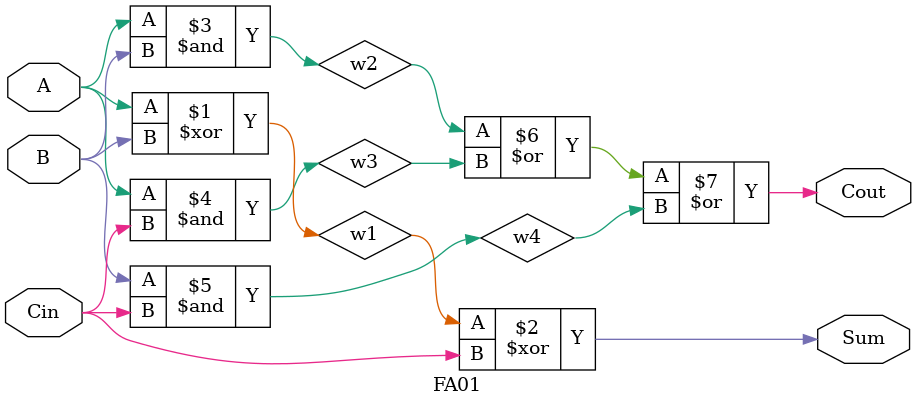
<source format=v>


module FA01(Cout,Sum,A,B,Cin);
input A,B,Cin;
output Cout,Sum;
wire w1,w2,w3,w4;

xor x1(w1,A,B);
xor x2(Sum,w1,Cin);

and a1(w2,A,B);
and a2(w3,A,Cin);
and a3(w4,B,Cin);
or o1(Cout,w2,w3,w4);

endmodule
</source>
